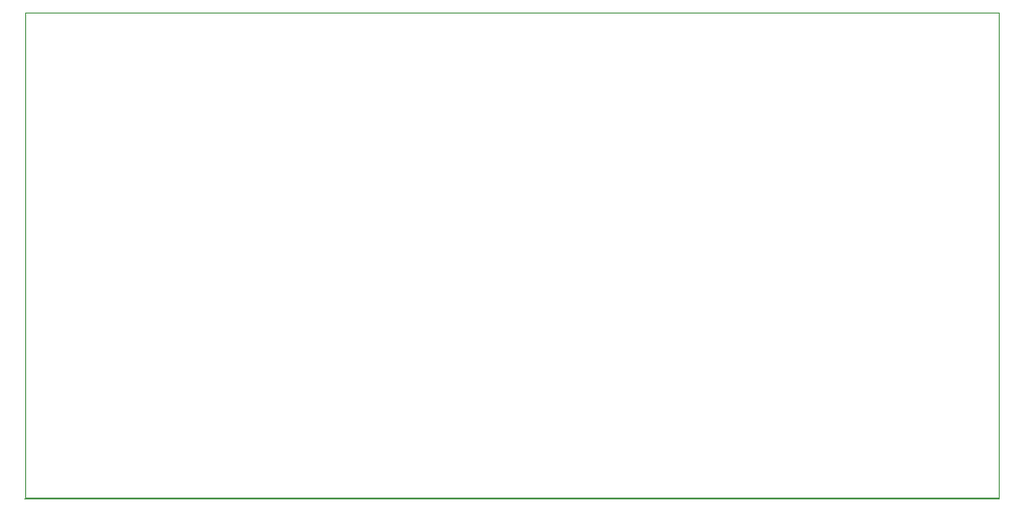
<source format=gbr>
%TF.GenerationSoftware,KiCad,Pcbnew,(5.0.2)-1*%
%TF.CreationDate,2019-05-02T00:01:05-05:00*%
%TF.ProjectId,vcaMain,7663614d-6169-46e2-9e6b-696361645f70,rev?*%
%TF.SameCoordinates,Original*%
%TF.FileFunction,Profile,NP*%
%FSLAX46Y46*%
G04 Gerber Fmt 4.6, Leading zero omitted, Abs format (unit mm)*
G04 Created by KiCad (PCBNEW (5.0.2)-1) date 5/2/2019 12:01:05 AM*
%MOMM*%
%LPD*%
G01*
G04 APERTURE LIST*
%ADD10C,0.200000*%
%ADD11C,0.100000*%
G04 APERTURE END LIST*
D10*
X100330000Y-119380000D02*
X191770000Y-119380000D01*
D11*
X100330000Y-119380000D02*
X100330000Y-73660000D01*
X191770000Y-73660000D02*
X191770000Y-119380000D01*
X100330000Y-73660000D02*
X191770000Y-73660000D01*
M02*

</source>
